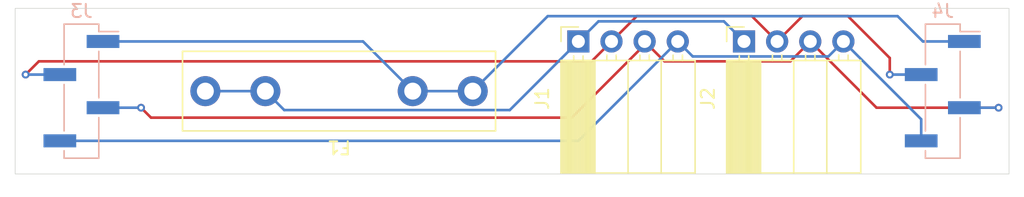
<source format=kicad_pcb>
(kicad_pcb (version 20240108) (generator "pcbnew") (generator_version "8.0")
  (layers (0 "F.Cu" signal) (31 "B.Cu" signal) (34 "B.Paste" user) (35 "F.Paste" user) (36 "B.SilkS" user "B.Silkscreen") (37 "F.SilkS" user "F.Silkscreen") (38 "B.Mask" user) (39 "F.Mask" user) (44 "Edge.Cuts" user))
  (net 0 "")
  (net 1 "Net-(J1-Pin_1)")
  (net 2 "Net-(J3-Pin_1)")
  (net 3 "Net-(J1-Pin_2)")
  (net 4 "Net-(J1-Pin_3)")
  (net 5 "Net-(J1-Pin_4)")
  (footprint "Connector_PinSocket_2.54mm:PinSocket_1x04_P2.54mm_Horizontal" (layer "F.Cu") (at 157.48 91.44 90)
    (property "Reference" "J2" (at -4.38 -2.77 270) (layer "F.SilkS"))
    (property "Value" "Conn_01x04_Socket")
    (fp_line (start 1.11 -1.33) (end 1.11 0) (stroke (width 0.12)) (layer "F.SilkS"))
    (fp_line (start 0 -1.33) (end 1.11 -1.33) (stroke (width 0.12)) (layer "F.SilkS"))
    (fp_line (start -1.46 -1.33) (end -1.46 8.95) (stroke (width 0.12)) (layer "F.SilkS"))
    (fp_line (start -10.09 -1.33) (end -1.46 -1.33) (stroke (width 0.12)) (layer "F.SilkS"))
    (fp_line (start -10.09 -1.33) (end -10.09 8.95) (stroke (width 0.12)) (layer "F.SilkS"))
    (fp_line (start -10.09 -1.21) (end -1.46 -1.21) (stroke (width 0.12)) (layer "F.SilkS"))
    (fp_line (start -10.09 -1.091905) (end -1.46 -1.091905) (stroke (width 0.12)) (layer "F.SilkS"))
    (fp_line (start -10.09 -0.97381) (end -1.46 -0.97381) (stroke (width 0.12)) (layer "F.SilkS"))
    (fp_line (start -10.09 -0.855715) (end -1.46 -0.855715) (stroke (width 0.12)) (layer "F.SilkS"))
    (fp_line (start -10.09 -0.73762) (end -1.46 -0.73762) (stroke (width 0.12)) (layer "F.SilkS"))
    (fp_line (start -10.09 -0.619525) (end -1.46 -0.619525) (stroke (width 0.12)) (layer "F.SilkS"))
    (fp_line (start -10.09 -0.50143) (end -1.46 -0.50143) (stroke (width 0.12)) (layer "F.SilkS"))
    (fp_line (start -10.09 -0.383335) (end -1.46 -0.383335) (stroke (width 0.12)) (layer "F.SilkS"))
    (fp_line (start -1.46 -0.36) (end -1.11 -0.36) (stroke (width 0.12)) (layer "F.SilkS"))
    (fp_line (start -10.09 -0.26524) (end -1.46 -0.26524) (stroke (width 0.12)) (layer "F.SilkS"))
    (fp_line (start -10.09 -0.147145) (end -1.46 -0.147145) (stroke (width 0.12)) (layer "F.SilkS"))
    (fp_line (start -10.09 -0.02905) (end -1.46 -0.02905) (stroke (width 0.12)) (layer "F.SilkS"))
    (fp_line (start -10.09 0.089045) (end -1.46 0.089045) (stroke (width 0.12)) (layer "F.SilkS"))
    (fp_line (start -10.09 0.20714) (end -1.46 0.20714) (stroke (width 0.12)) (layer "F.SilkS"))
    (fp_line (start -10.09 0.325235) (end -1.46 0.325235) (stroke (width 0.12)) (layer "F.SilkS"))
    (fp_line (start -1.46 0.36) (end -1.11 0.36) (stroke (width 0.12)) (layer "F.SilkS"))
    (fp_line (start -10.09 0.44333) (end -1.46 0.44333) (stroke (width 0.12)) (layer "F.SilkS"))
    (fp_line (start -10.09 0.561425) (end -1.46 0.561425) (stroke (width 0.12)) (layer "F.SilkS"))
    (fp_line (start -10.09 0.67952) (end -1.46 0.67952) (stroke (width 0.12)) (layer "F.SilkS"))
    (fp_line (start -10.09 0.797615) (end -1.46 0.797615) (stroke (width 0.12)) (layer "F.SilkS"))
    (fp_line (start -10.09 0.91571) (end -1.46 0.91571) (stroke (width 0.12)) (layer "F.SilkS"))
    (fp_line (start -10.09 1.033805) (end -1.46 1.033805) (stroke (width 0.12)) (layer "F.SilkS"))
    (fp_line (start -10.09 1.1519) (end -1.46 1.1519) (stroke (width 0.12)) (layer "F.SilkS"))
    (fp_line (start -10.09 1.27) (end -1.46 1.27) (stroke (width 0.12)) (layer "F.SilkS"))
    (fp_line (start -1.46 2.18) (end -1.05 2.18) (stroke (width 0.12)) (layer "F.SilkS"))
    (fp_line (start -1.46 2.9) (end -1.05 2.9) (stroke (width 0.12)) (layer "F.SilkS"))
    (fp_line (start -10.09 3.81) (end -1.46 3.81) (stroke (width 0.12)) (layer "F.SilkS"))
    (fp_line (start -1.46 4.72) (end -1.05 4.72) (stroke (width 0.12)) (layer "F.SilkS"))
    (fp_line (start -1.46 5.44) (end -1.05 5.44) (stroke (width 0.12)) (layer "F.SilkS"))
    (fp_line (start -10.09 6.35) (end -1.46 6.35) (stroke (width 0.12)) (layer "F.SilkS"))
    (fp_line (start -1.46 7.26) (end -1.05 7.26) (stroke (width 0.12)) (layer "F.SilkS"))
    (fp_line (start -1.46 7.98) (end -1.05 7.98) (stroke (width 0.12)) (layer "F.SilkS"))
    (fp_line (start -10.09 8.95) (end -1.46 8.95) (stroke (width 0.12)) (layer "F.SilkS"))
    (pad "1" thru_hole rect (at 0 0 90) (size 1.7 1.7) (drill 1) (layers "*.Cu" "*.Mask") (net 1 "Net-(J1-Pin_1)"))
    (pad "2" thru_hole oval (at 0 2.54 90) (size 1.7 1.7) (drill 1) (layers "*.Cu" "*.Mask") (net 3 "Net-(J1-Pin_2)"))
    (pad "3" thru_hole oval (at 0 5.08 90) (size 1.7 1.7) (drill 1) (layers "*.Cu" "*.Mask") (net 4 "Net-(J1-Pin_3)"))
    (pad "4" thru_hole oval (at 0 7.62 90) (size 1.7 1.7) (drill 1) (layers "*.Cu" "*.Mask") (net 5 "Net-(J1-Pin_4)"))
  )
  (footprint "Fuse:Fuseholder_Littelfuse_100_series_5x20mm" (layer "F.Cu") (at 136.68 95.25 180)
    (property "Reference" "F1" (at 10.25 -4.3 180) (layer "F.SilkS"))
    (property "Value" "Fuse")
    (fp_line (start 22.25 3.05) (end -1.75 3.05) (stroke (width 0.12)) (layer "F.SilkS"))
    (fp_line (start 22.25 -3.05) (end 22.25 3.05) (stroke (width 0.12)) (layer "F.SilkS"))
    (fp_line (start -1.75 3.05) (end -1.75 -3.05) (stroke (width 0.12)) (layer "F.SilkS"))
    (fp_line (start -1.75 -3.05) (end 22.25 -3.05) (stroke (width 0.12)) (layer "F.SilkS"))
    (pad "1" thru_hole circle (at 0 0 180) (size 2.3 2.3) (drill 1.3) (layers "*.Cu" "*.Mask") (net 2 "Net-(J3-Pin_1)"))
    (pad "1" thru_hole circle (at 4.6 0 180) (size 2.3 2.3) (drill 1.3) (layers "*.Cu" "*.Mask") (net 2 "Net-(J3-Pin_1)"))
    (pad "2" thru_hole circle (at 15.9 0 180) (size 2.3 2.3) (drill 1.3) (layers "*.Cu" "*.Mask") (net 1 "Net-(J1-Pin_1)"))
    (pad "2" thru_hole circle (at 20.5 0 180) (size 2.3 2.3) (drill 1.3) (layers "*.Cu" "*.Mask") (net 1 "Net-(J1-Pin_1)"))
  )
  (footprint "Connector_PinSocket_2.54mm:PinSocket_1x04_P2.54mm_Horizontal" (layer "F.Cu") (at 144.78 91.44 90)
    (property "Reference" "J1" (at -4.38 -2.77 270) (layer "F.SilkS"))
    (property "Value" "Conn_01x04_Socket")
    (fp_line (start 1.11 -1.33) (end 1.11 0) (stroke (width 0.12)) (layer "F.SilkS"))
    (fp_line (start 0 -1.33) (end 1.11 -1.33) (stroke (width 0.12)) (layer "F.SilkS"))
    (fp_line (start -1.46 -1.33) (end -1.46 8.95) (stroke (width 0.12)) (layer "F.SilkS"))
    (fp_line (start -10.09 -1.33) (end -1.46 -1.33) (stroke (width 0.12)) (layer "F.SilkS"))
    (fp_line (start -10.09 -1.33) (end -10.09 8.95) (stroke (width 0.12)) (layer "F.SilkS"))
    (fp_line (start -10.09 -1.21) (end -1.46 -1.21) (stroke (width 0.12)) (layer "F.SilkS"))
    (fp_line (start -10.09 -1.091905) (end -1.46 -1.091905) (stroke (width 0.12)) (layer "F.SilkS"))
    (fp_line (start -10.09 -0.97381) (end -1.46 -0.97381) (stroke (width 0.12)) (layer "F.SilkS"))
    (fp_line (start -10.09 -0.855715) (end -1.46 -0.855715) (stroke (width 0.12)) (layer "F.SilkS"))
    (fp_line (start -10.09 -0.73762) (end -1.46 -0.73762) (stroke (width 0.12)) (layer "F.SilkS"))
    (fp_line (start -10.09 -0.619525) (end -1.46 -0.619525) (stroke (width 0.12)) (layer "F.SilkS"))
    (fp_line (start -10.09 -0.50143) (end -1.46 -0.50143) (stroke (width 0.12)) (layer "F.SilkS"))
    (fp_line (start -10.09 -0.383335) (end -1.46 -0.383335) (stroke (width 0.12)) (layer "F.SilkS"))
    (fp_line (start -1.46 -0.36) (end -1.11 -0.36) (stroke (width 0.12)) (layer "F.SilkS"))
    (fp_line (start -10.09 -0.26524) (end -1.46 -0.26524) (stroke (width 0.12)) (layer "F.SilkS"))
    (fp_line (start -10.09 -0.147145) (end -1.46 -0.147145) (stroke (width 0.12)) (layer "F.SilkS"))
    (fp_line (start -10.09 -0.02905) (end -1.46 -0.02905) (stroke (width 0.12)) (layer "F.SilkS"))
    (fp_line (start -10.09 0.089045) (end -1.46 0.089045) (stroke (width 0.12)) (layer "F.SilkS"))
    (fp_line (start -10.09 0.20714) (end -1.46 0.20714) (stroke (width 0.12)) (layer "F.SilkS"))
    (fp_line (start -10.09 0.325235) (end -1.46 0.325235) (stroke (width 0.12)) (layer "F.SilkS"))
    (fp_line (start -1.46 0.36) (end -1.11 0.36) (stroke (width 0.12)) (layer "F.SilkS"))
    (fp_line (start -10.09 0.44333) (end -1.46 0.44333) (stroke (width 0.12)) (layer "F.SilkS"))
    (fp_line (start -10.09 0.561425) (end -1.46 0.561425) (stroke (width 0.12)) (layer "F.SilkS"))
    (fp_line (start -10.09 0.67952) (end -1.46 0.67952) (stroke (width 0.12)) (layer "F.SilkS"))
    (fp_line (start -10.09 0.797615) (end -1.46 0.797615) (stroke (width 0.12)) (layer "F.SilkS"))
    (fp_line (start -10.09 0.91571) (end -1.46 0.91571) (stroke (width 0.12)) (layer "F.SilkS"))
    (fp_line (start -10.09 1.033805) (end -1.46 1.033805) (stroke (width 0.12)) (layer "F.SilkS"))
    (fp_line (start -10.09 1.1519) (end -1.46 1.1519) (stroke (width 0.12)) (layer "F.SilkS"))
    (fp_line (start -10.09 1.27) (end -1.46 1.27) (stroke (width 0.12)) (layer "F.SilkS"))
    (fp_line (start -1.46 2.18) (end -1.05 2.18) (stroke (width 0.12)) (layer "F.SilkS"))
    (fp_line (start -1.46 2.9) (end -1.05 2.9) (stroke (width 0.12)) (layer "F.SilkS"))
    (fp_line (start -10.09 3.81) (end -1.46 3.81) (stroke (width 0.12)) (layer "F.SilkS"))
    (fp_line (start -1.46 4.72) (end -1.05 4.72) (stroke (width 0.12)) (layer "F.SilkS"))
    (fp_line (start -1.46 5.44) (end -1.05 5.44) (stroke (width 0.12)) (layer "F.SilkS"))
    (fp_line (start -10.09 6.35) (end -1.46 6.35) (stroke (width 0.12)) (layer "F.SilkS"))
    (fp_line (start -1.46 7.26) (end -1.05 7.26) (stroke (width 0.12)) (layer "F.SilkS"))
    (fp_line (start -1.46 7.98) (end -1.05 7.98) (stroke (width 0.12)) (layer "F.SilkS"))
    (fp_line (start -10.09 8.95) (end -1.46 8.95) (stroke (width 0.12)) (layer "F.SilkS"))
    (pad "1" thru_hole rect (at 0 0 90) (size 1.7 1.7) (drill 1) (layers "*.Cu" "*.Mask") (net 1 "Net-(J1-Pin_1)"))
    (pad "2" thru_hole oval (at 0 2.54 90) (size 1.7 1.7) (drill 1) (layers "*.Cu" "*.Mask") (net 3 "Net-(J1-Pin_2)"))
    (pad "3" thru_hole oval (at 0 5.08 90) (size 1.7 1.7) (drill 1) (layers "*.Cu" "*.Mask") (net 4 "Net-(J1-Pin_3)"))
    (pad "4" thru_hole oval (at 0 7.62 90) (size 1.7 1.7) (drill 1) (layers "*.Cu" "*.Mask") (net 5 "Net-(J1-Pin_4)"))
  )
  (footprint "Connector_PinHeader_2.54mm:PinHeader_1x04_P2.54mm_Vertical_SMD_Pin1Left" (layer "B.Cu") (at 106.68 95.25 180)
    (property "Reference" "J3" (at 0 6.14 180) (layer "B.SilkS") (effects (justify mirror)))
    (property "Value" "Conn_01x04_Pin")
    (fp_line (start 1.33 5.14) (end -1.33 5.14) (stroke (width 0.12)) (layer "B.SilkS"))
    (fp_line (start 1.33 2.03) (end 1.33 5.14) (stroke (width 0.12)) (layer "B.SilkS"))
    (fp_line (start 1.33 -3.05) (end 1.33 0.51) (stroke (width 0.12)) (layer "B.SilkS"))
    (fp_line (start 1.33 -5.14) (end 1.33 -4.57) (stroke (width 0.12)) (layer "B.SilkS"))
    (fp_line (start 1.33 -5.14) (end -1.33 -5.14) (stroke (width 0.12)) (layer "B.SilkS"))
    (fp_line (start -1.33 4.57) (end -1.33 5.14) (stroke (width 0.12)) (layer "B.SilkS"))
    (fp_line (start -1.33 -0.51) (end -1.33 3.05) (stroke (width 0.12)) (layer "B.SilkS"))
    (fp_line (start -1.33 -5.14) (end -1.33 -2.03) (stroke (width 0.12)) (layer "B.SilkS"))
    (fp_line (start -2.85 4.57) (end -1.33 4.57) (stroke (width 0.12)) (layer "B.SilkS"))
    (pad "1" smd rect (at -1.655 3.81 180) (size 2.51 1) (layers "B.Cu" "B.Paste" "B.Mask") (net 2 "Net-(J3-Pin_1)"))
    (pad "2" smd rect (at 1.655 1.27 180) (size 2.51 1) (layers "B.Cu" "B.Paste" "B.Mask") (net 3 "Net-(J1-Pin_2)"))
    (pad "3" smd rect (at -1.655 -1.27 180) (size 2.51 1) (layers "B.Cu" "B.Paste" "B.Mask") (net 4 "Net-(J1-Pin_3)"))
    (pad "4" smd rect (at 1.655 -3.81 180) (size 2.51 1) (layers "B.Cu" "B.Paste" "B.Mask") (net 5 "Net-(J1-Pin_4)"))
  )
  (footprint "Connector_PinHeader_2.54mm:PinHeader_1x04_P2.54mm_Vertical_SMD_Pin1Left" (layer "B.Cu") (at 172.72 95.25 180)
    (property "Reference" "J4" (at 0 6.14 180) (layer "B.SilkS") (effects (justify mirror)))
    (property "Value" "Conn_01x04_Pin")
    (fp_line (start 1.33 5.14) (end -1.33 5.14) (stroke (width 0.12)) (layer "B.SilkS"))
    (fp_line (start 1.33 2.03) (end 1.33 5.14) (stroke (width 0.12)) (layer "B.SilkS"))
    (fp_line (start 1.33 -3.05) (end 1.33 0.51) (stroke (width 0.12)) (layer "B.SilkS"))
    (fp_line (start 1.33 -5.14) (end 1.33 -4.57) (stroke (width 0.12)) (layer "B.SilkS"))
    (fp_line (start 1.33 -5.14) (end -1.33 -5.14) (stroke (width 0.12)) (layer "B.SilkS"))
    (fp_line (start -1.33 4.57) (end -1.33 5.14) (stroke (width 0.12)) (layer "B.SilkS"))
    (fp_line (start -1.33 -0.51) (end -1.33 3.05) (stroke (width 0.12)) (layer "B.SilkS"))
    (fp_line (start -1.33 -5.14) (end -1.33 -2.03) (stroke (width 0.12)) (layer "B.SilkS"))
    (fp_line (start -2.85 4.57) (end -1.33 4.57) (stroke (width 0.12)) (layer "B.SilkS"))
    (pad "1" smd rect (at -1.655 3.81 180) (size 2.51 1) (layers "B.Cu" "B.Paste" "B.Mask") (net 2 "Net-(J3-Pin_1)"))
    (pad "2" smd rect (at 1.655 1.27 180) (size 2.51 1) (layers "B.Cu" "B.Paste" "B.Mask") (net 3 "Net-(J1-Pin_2)"))
    (pad "3" smd rect (at -1.655 -1.27 180) (size 2.51 1) (layers "B.Cu" "B.Paste" "B.Mask") (net 4 "Net-(J1-Pin_3)"))
    (pad "4" smd rect (at 1.655 -3.81 180) (size 2.51 1) (layers "B.Cu" "B.Paste" "B.Mask") (net 5 "Net-(J1-Pin_4)"))
  )
  (gr_rect (start 101.6 88.9) (end 177.8 101.6) (stroke (width 0.05)) (fill none) (layer "Edge.Cuts"))
  (segment (start 122.23 96.7) (end 120.78 95.25) (width 0.2) (layer "B.Cu") (net 1))
  (segment (start 120.78 95.25) (end 116.18 95.25) (width 0.2) (layer "B.Cu") (net 1))
  (segment (start 155.94 89.9) (end 157.48 91.44) (width 0.2) (layer "B.Cu") (net 1))
  (segment (start 144.78 91.44) (end 139.52 96.7) (width 0.2) (layer "B.Cu") (net 1))
  (segment (start 139.52 96.7) (end 122.23 96.7) (width 0.2) (layer "B.Cu") (net 1))
  (segment (start 146.32 89.9) (end 155.94 89.9) (width 0.2) (layer "B.Cu") (net 1))
  (segment (start 144.78 91.44) (end 146.32 89.9) (width 0.2) (layer "B.Cu") (net 1))
  (segment (start 136.68 95.25) (end 142.43 89.5) (width 0.2) (layer "B.Cu") (net 2))
  (segment (start 142.43 89.5) (end 169.256 89.5) (width 0.2) (layer "B.Cu") (net 2))
  (segment (start 169.256 89.5) (end 171.196 91.44) (width 0.2) (layer "B.Cu") (net 2))
  (segment (start 171.196 91.44) (end 174.375 91.44) (width 0.2) (layer "B.Cu") (net 2))
  (segment (start 128.27 91.44) (end 132.08 95.25) (width 0.2) (layer "B.Cu") (net 2))
  (segment (start 132.08 95.25) (end 136.68 95.25) (width 0.2) (layer "B.Cu") (net 2))
  (segment (start 108.335 91.44) (end 128.27 91.44) (width 0.2) (layer "B.Cu") (net 2))
  (segment (start 147.32 91.44) (end 145.796 92.964) (width 0.2) (layer "F.Cu") (net 3))
  (segment (start 161.96 89.5) (end 165.446 89.5) (width 0.2) (layer "F.Cu") (net 3))
  (segment (start 158.08 89.5) (end 160.02 91.44) (width 0.2) (layer "F.Cu") (net 3))
  (segment (start 149.26 89.5) (end 158.08 89.5) (width 0.2) (layer "F.Cu") (net 3))
  (segment (start 147.32 91.44) (end 149.26 89.5) (width 0.2) (layer "F.Cu") (net 3))
  (segment (start 160.02 91.44) (end 161.96 89.5) (width 0.2) (layer "F.Cu") (net 3))
  (segment (start 145.796 92.964) (end 103.416 92.964) (width 0.2) (layer "F.Cu") (net 3))
  (segment (start 168.656 92.71) (end 168.656 93.98) (width 0.2) (layer "F.Cu") (net 3))
  (segment (start 165.446 89.5) (end 168.656 92.71) (width 0.2) (layer "F.Cu") (net 3))
  (segment (start 103.416 92.964) (end 102.4 93.98) (width 0.2) (layer "F.Cu") (net 3))
  (via (at 168.656 93.98) (size 0.6) (drill 0.3) (layers "F.Cu" "B.Cu") (net 3))
  (via (at 102.4 93.98) (size 0.6) (drill 0.3) (layers "F.Cu" "B.Cu") (net 3))
  (segment (start 102.4 93.98) (end 105.025 93.98) (width 0.2) (layer "B.Cu") (net 3))
  (segment (start 168.656 93.98) (end 171.065 93.98) (width 0.2) (layer "B.Cu") (net 3))
  (segment (start 149.86 91.44) (end 151.384 92.964) (width 0.2) (layer "F.Cu") (net 4))
  (segment (start 161.036 92.964) (end 162.56 91.44) (width 0.2) (layer "F.Cu") (net 4))
  (segment (start 149.86 91.694) (end 144.272 97.282) (width 0.2) (layer "F.Cu") (net 4))
  (segment (start 151.384 92.964) (end 161.036 92.964) (width 0.2) (layer "F.Cu") (net 4))
  (segment (start 144.272 97.282) (end 112.014 97.282) (width 0.2) (layer "F.Cu") (net 4))
  (segment (start 162.56 91.44) (end 167.64 96.52) (width 0.2) (layer "F.Cu") (net 4))
  (segment (start 149.86 91.44) (end 149.86 91.694) (width 0.2) (layer "F.Cu") (net 4))
  (segment (start 112.014 97.282) (end 111.252 96.52) (width 0.2) (layer "F.Cu") (net 4))
  (segment (start 167.64 96.52) (end 177 96.52) (width 0.2) (layer "F.Cu") (net 4))
  (via (at 111.252 96.52) (size 0.6) (drill 0.3) (layers "F.Cu" "B.Cu") (net 4))
  (via (at 177 96.52) (size 0.6) (drill 0.3) (layers "F.Cu" "B.Cu") (net 4))
  (segment (start 111.252 96.52) (end 108.335 96.52) (width 0.2) (layer "B.Cu") (net 4))
  (segment (start 177 96.52) (end 174.375 96.52) (width 0.2) (layer "B.Cu") (net 4))
  (segment (start 163.95 92.59) (end 165.1 91.44) (width 0.2) (layer "B.Cu") (net 5))
  (segment (start 171.065 97.405) (end 165.1 91.44) (width 0.2) (layer "B.Cu") (net 5))
  (segment (start 171.065 99.06) (end 171.065 97.405) (width 0.2) (layer "B.Cu") (net 5))
  (segment (start 153.55 92.59) (end 163.95 92.59) (width 0.2) (layer "B.Cu") (net 5))
  (segment (start 152.4 91.44) (end 153.55 92.59) (width 0.2) (layer "B.Cu") (net 5))
  (segment (start 105.025 99.06) (end 144.78 99.06) (width 0.2) (layer "B.Cu") (net 5))
  (segment (start 144.78 99.06) (end 152.4 91.44) (width 0.2) (layer "B.Cu") (net 5))
)
</source>
